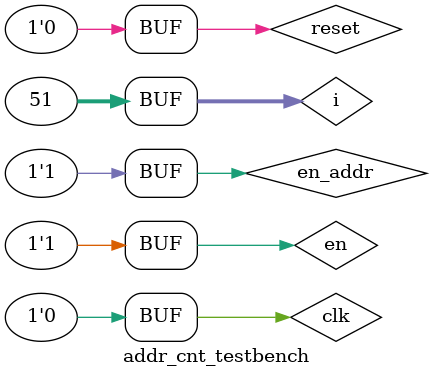
<source format=v>
module addr_cnt(clk, reset, en, en_addr, syn_addr);
	parameter SELECOR_DIMENSION = 2;							// The dimension of the selector bit
	input clk, reset, en, en_addr; 							// single bit inputsL: clock
	output reg [SELECOR_DIMENSION-1:0] syn_addr; 		// The selector bit of the MUX.
	initial begin
		
	end
	
		always @ (posedge clk, posedge reset)
				if(reset) begin
					syn_addr = 2'b00; 
				end
				else begin
					if(en && en_addr) begin
							syn_addr = syn_addr + 1;			// Increment the address of the neuron	
							syn_addr = syn_addr % 4; 			// Loop around the addresses if necessesary 
					end
				end
endmodule


module addr_cnt_testbench();
	wire [1:0] syn_addr;
	reg clk, en, en_addr, reset;
	integer i;
	
	addr_cnt devicetest  (.clk(clk),
						.reset(reset),
						.en(en),
						.en_addr(en_addr),
						.syn_addr(syn_addr)
						  );
	initial begin
		// Initialize Inputs
		clk  = 1'b0;
		en  = 1'b0;
		en_addr  = 1'b0;
		reset = 1'b1;
		
		#10; //wait 10 nanoseconds 
		reset = 1'b0;
		en  = 1'b1;
		
		#20; 
		
		en  = 1'b0;
		en_addr  = 1'b1;
		
		#20;
		
		en  = 1'b1;
		
		
		#10
		
		en = 1'b0;
		en_addr=1'b0;
		
		#20
		
		en = 1'b1;
		en_addr=1'b1;
		
		#10
		
		en = 1'b0;
		en_addr=1'b0;
		
		#20 
		
		en = 1'b1;
		en_addr=1'b1;
		
	end
	
	// Create a clock that switches every 10 timepoints
	initial begin
			clk  = 1'b0;
			for(i = 0; i<=50; i = i+1) begin
				#10 clk = ~clk; 
			end
	end
endmodule 
</source>
